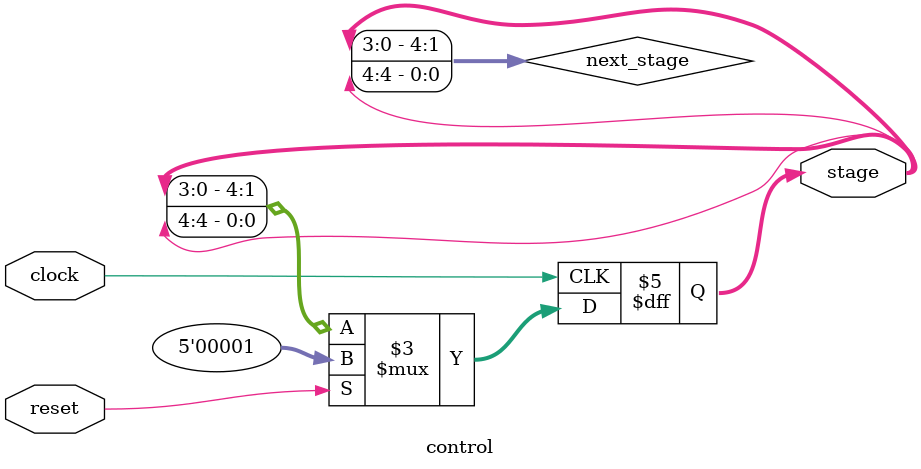
<source format=sv>
module control (
	input logic clock, reset,
	output logic [4 : 0] stage);
	
	logic [4 : 0] next_stage;
	assign next_stage = {stage[3 : 0], stage[4]};
	
	always_ff @(posedge clock) begin
		if (reset)
			stage = 5'b1;
		else
			stage = next_stage;
	end
	
endmodule

</source>
